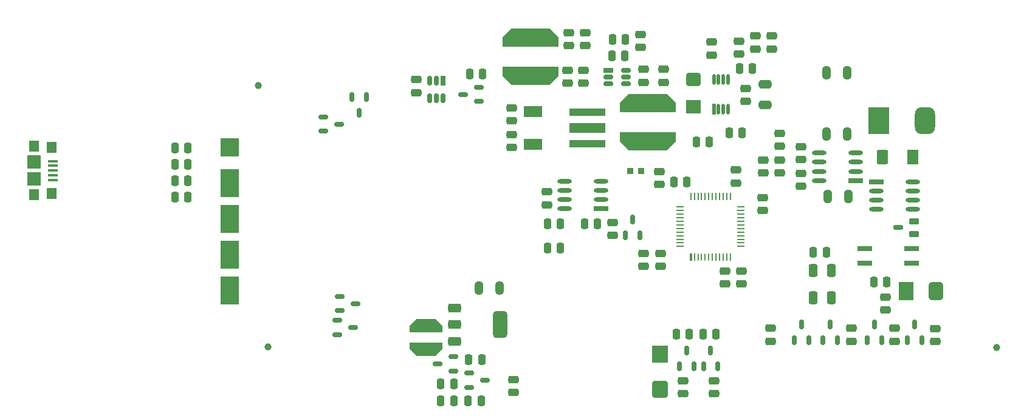
<source format=gbr>
*
G04 Job   : X:\MG\projects\L02-0101\PCB\L02-0101.pcb*
G04 User  : DESKTOP-LPE9H33:User*
G04 Layer : L02-0101_01SPT.gbr*
G04 Date  : Tue Mar 14 15:44:53 2017*
%ICAS*%
%MOIN*%
%FSLAX24Y24*%
%OFA0.0000B0.0000*%
G90*
G74*
%AMVB_RECTANGLE*
21,1,$1,$2,0,0,$3*
%
%AMVB_RCRECTANGLE*
$3=$3X2*
21,1,$1-$3,$2,0,0,0*
21,1,$1,$2-$3,0,0,0*
$1=$1/2*
$2=$2/2*
$3=$3/2*
$1=$1-$3*
$2=$2-$3*
1,1,$3X2,0-$1,0-$2*
1,1,$3X2,0-$1,$2*
1,1,$3X2,$1,$2*
1,1,$3X2,$1,0-$2*
%
%AMVB_Custom_sdr0805_pad*
4,1,6,-0.0512,-0.1535,0.0000,-0.1535,0.0512,-0.1024,0.0512,0.1024,0.0000,0.1535,-0.0512,0.1535,-0.0512,-0.1535,$1*
%
%AMVB_Custom_sdr0403_pad*
4,1,6,-0.0354,-0.0886,0.0000,-0.0886,0.0354,-0.0531,0.0354,0.0531,0.0000,0.0886,-0.0354,0.0886,-0.0354,-0.0886,$1*
%
%ADD10C,0.03937*%
%ADD38O,0.01772X0.05906*%
%ADD24O,0.07874X0.02362*%
%ADD27VB_RECTANGLE,0.03543X0.03543X270.00000*%
%ADD13VB_RECTANGLE,0.07480X0.07480X270.00000*%
%ADD12VB_RECTANGLE,0.09843X0.09843X90.00000*%
%ADD28VB_RECTANGLE,0.04331X0.01181X90.00000*%
%ADD14VB_RECTANGLE,0.05118X0.05906X0.00000*%
%ADD50VB_RECTANGLE,0.05315X0.02362X0.00000*%
%ADD70VB_RECTANGLE,0.05315X0.02362X270.00000*%
%ADD39VB_RECTANGLE,0.05906X0.01772X90.00000*%
%ADD16VB_RECTANGLE,0.06299X0.05512X270.00000*%
%ADD25VB_RECTANGLE,0.07874X0.02362X180.00000*%
%ADD35VB_RECTANGLE,0.07874X0.02756X180.00000*%
%ADD48VB_RECTANGLE,0.07874X0.06299X270.00000*%
%ADD36VB_RECTANGLE,0.07874X0.07087X180.00000*%
%ADD43VB_RECTANGLE,0.09252X0.08858X270.00000*%
%ADD51VB_RECTANGLE,0.09843X0.05906X0.00000*%
%ADD41VB_RECTANGLE,0.09843X0.07874X90.00000*%
%ADD47VB_RECTANGLE,0.14961X0.11024X90.00000*%
%ADD11VB_RECTANGLE,0.15354X0.09843X90.00000*%
%ADD31VB_Custom_sdr0403_pad,90.00000*%
%ADD32VB_Custom_sdr0403_pad,270.00000*%
%ADD21VB_Custom_sdr0805_pad,90.00000*%
%ADD20VB_Custom_sdr0805_pad,270.00000*%
%ADD26VB_RCRECTANGLE,0.03543X0.03543X0.00787*%
%ADD73VB_RCRECTANGLE,0.00787X0.03937X0.00197*%
%ADD72VB_RCRECTANGLE,0.04331X0.00984X0.00394*%
%ADD29VB_RCRECTANGLE,0.00984X0.04331X0.00394*%
%ADD17VB_RCRECTANGLE,0.05276X0.02362X0.00787*%
%ADD19VB_RCRECTANGLE,0.02362X0.05276X0.00787*%
%ADD15VB_RCRECTANGLE,0.05512X0.01575X0.00394*%
%ADD34VB_RCRECTANGLE,0.05512X0.02362X0.00787*%
%ADD33VB_RCRECTANGLE,0.05512X0.03346X0.00787*%
%ADD18VB_RCRECTANGLE,0.05709X0.04331X0.01181*%
%ADD71VB_RCRECTANGLE,0.04331X0.05709X0.01181*%
%ADD23VB_RCRECTANGLE,0.07087X0.04724X0.01575*%
%ADD30VB_RCRECTANGLE,0.04724X0.07087X0.01575*%
%ADD45VB_RCRECTANGLE,0.07087X0.04921X0.01181*%
%ADD22VB_RCRECTANGLE,0.04921X0.07087X0.01181*%
%ADD49VB_RCRECTANGLE,0.06299X0.07874X0.01181*%
%ADD37VB_RCRECTANGLE,0.07874X0.07087X0.01181*%
%ADD42VB_RCRECTANGLE,0.08858X0.09252X0.01575*%
%ADD40VB_RCRECTANGLE,0.07874X0.09843X0.01575*%
%ADD44VB_RCRECTANGLE,0.07874X0.14961X0.01969*%
%ADD46VB_RCRECTANGLE,0.11024X0.14961X0.03937*%
G01*
G36*
X-3268Y4429D02*
X-1280D01*
Y4980*
X-3268*
Y4429*
Y5374D02*
X-1280D01*
Y5768*
X-3268*
Y5374*
X-3248Y3642D02*
X-1280D01*
Y4035*
X-3248*
Y3642*
G37*
G54D10*
X-20315Y7047D03*
X-19803Y-7323D03*
X20157Y-7362D03*
G54D11*
X-21906Y-4224D03*
Y-2256D03*
Y-287D03*
Y1681D03*
G54D12*
Y3650D03*
G54D13*
X-32628Y1900D03*
Y2844D03*
G54D14*
Y1033D03*
Y3711D03*
G54D15*
X-31585Y1860D03*
Y2116D03*
Y2372D03*
Y2628D03*
Y2884D03*
G54D16*
X-31663Y1112D03*
Y3632D03*
G54D17*
X-16772Y4528D03*
Y5315D03*
X-15984Y-6654D03*
Y-5866D03*
X-15906Y4921D03*
X-15866Y-5335D03*
Y-4547D03*
X-15118Y-6260D03*
X-15000Y-4941D03*
X-10492Y-8248D03*
X-9626Y-8642D03*
Y-7854D03*
X-9094Y6555D03*
X-8760Y-9547D03*
Y-8760D03*
X-8228Y6161D03*
Y6949D03*
X-7894Y-9154D03*
X-1130Y7146D03*
Y7520D03*
X-169Y7146D03*
Y7520D03*
Y7894D03*
G54D18*
X-11654Y6654D03*
Y7362D03*
X-6417Y3642D03*
Y4350D03*
Y5098D03*
Y5807D03*
X-6339Y-9823D03*
Y-9114D03*
X-4508Y492D03*
Y1201D03*
X-3366Y7165D03*
Y7874D03*
X-3287Y9232D03*
Y9941D03*
X-2480Y7165D03*
Y7874D03*
X-2402Y9232D03*
Y9941D03*
X-906Y-1201D03*
Y-492D03*
X650Y9134D03*
Y9843D03*
X807Y7224D03*
Y7933D03*
X817Y-2884D03*
Y-2175D03*
X1663Y1604D03*
Y2313D03*
X1722Y-2884D03*
Y-2175D03*
X1890Y7224D03*
Y7933D03*
X2972Y-9882D03*
Y-9173D03*
X4528Y8720D03*
Y9429D03*
X4685Y-9882D03*
Y-9173D03*
X5285Y-3868D03*
Y-3159D03*
X5866Y1693D03*
Y2402D03*
X6043Y8780D03*
Y9488D03*
X6171Y-3868D03*
Y-3159D03*
X6417Y6181D03*
Y6890D03*
X6949Y9055D03*
Y9764D03*
X7333Y167D03*
Y876D03*
X7362Y2244D03*
Y2953D03*
X7756Y-7008D03*
Y-6299D03*
X7854Y9055D03*
Y9764D03*
X8268Y2244D03*
Y2953D03*
Y3701D03*
Y4409D03*
X9445Y1516D03*
Y2224D03*
Y2972D03*
Y3681D03*
X12205Y-7008D03*
Y-6299D03*
X14075Y-5295D03*
Y-4587D03*
X14567Y-7008D03*
Y-6299D03*
X16791Y-7028D03*
Y-6319D03*
G54D19*
X-15197Y6417D03*
X-14803Y5551D03*
X-14409Y6417D03*
X-10935Y6341D03*
Y7301D03*
X-10561Y6341D03*
Y7301D03*
X-10187Y6341D03*
X-197Y-1181D03*
X197Y-315D03*
X591Y-1181D03*
X2776Y-8386D03*
X3169Y-7520D03*
X3563Y-8386D03*
X4094D03*
X4488Y-7520D03*
X4882Y-8386D03*
X9075Y-6949D03*
X9469Y-6083D03*
X9862Y-6949D03*
X10650D03*
X11043Y-6083D03*
X11437Y-6949D03*
X13071D03*
X13465Y-6083D03*
X13858Y-6949D03*
X15276D03*
X15669Y-6083D03*
X16063Y-6949D03*
G54D20*
X-5394Y7579D03*
X1024Y3976D03*
G54D21*
X-5394Y9665D03*
X1024Y6063D03*
G54D22*
X10091Y-4606D03*
Y-3110D03*
X11091Y-4606D03*
Y-3110D03*
G54D23*
X7480Y5965D03*
Y7106D03*
G54D24*
X-3524Y272D03*
Y772D03*
Y1276D03*
Y1776D03*
X-1516Y772D03*
Y1276D03*
Y1776D03*
X10433Y1827D03*
Y2327D03*
Y2831D03*
Y3331D03*
X12441Y2327D03*
Y2831D03*
Y3331D03*
X13563Y252D03*
Y752D03*
Y1256D03*
X15571Y252D03*
Y752D03*
Y1256D03*
Y1756D03*
G54D25*
X-1516Y272D03*
X12441Y1827D03*
X13563Y1756D03*
G54D26*
X69Y2333D03*
G54D27*
X659D03*
G54D28*
X3396Y-2392D03*
G54D29*
Y955D03*
X3593Y-2392D03*
Y955D03*
X3789D03*
X3986D03*
X4183D03*
X4380D03*
X4577Y-2392D03*
Y955D03*
X4774Y-2392D03*
Y955D03*
X4970Y-2392D03*
Y955D03*
X5167Y-2392D03*
Y955D03*
X5364Y-2392D03*
Y955D03*
X5561Y-2392D03*
Y955D03*
G54D30*
X-8228Y-4094D03*
X-7087D03*
X10846Y4390D03*
Y7740D03*
X10906Y941D03*
X11988Y4390D03*
Y7740D03*
X12047Y941D03*
G54D31*
X-11142Y-6161D03*
G54D32*
Y-7461D03*
G54D33*
X15630Y-1122D03*
Y-413D03*
G54D34*
X14764Y-768D03*
G54D35*
X12953Y-2717D03*
Y-1929D03*
X15512Y-2717D03*
Y-1929D03*
G54D36*
X3543Y5866D03*
G54D37*
Y7362D03*
G54D38*
X4656Y7382D03*
X4911Y5728D03*
Y7382D03*
X5167Y5728D03*
Y7382D03*
X5423Y5728D03*
Y7382D03*
G54D39*
X4656Y5728D03*
G54D40*
X16850Y-4272D03*
G54D41*
X15197D03*
G54D42*
X1713Y-9646D03*
G54D43*
Y-7717D03*
G54D44*
X-7047Y-6102D03*
G54D45*
X-9567Y-7008D03*
Y-6102D03*
Y-5197D03*
G54D46*
X16240Y5118D03*
G54D47*
X13720D03*
G54D48*
X15571Y3110D03*
G54D49*
X13917D03*
G54D50*
X-1130Y7894D03*
G54D51*
X-5276Y3799D03*
Y5610D03*
G54D70*
X-10187Y7301D03*
G54D71*
X-24892Y896D03*
Y1801D03*
Y2707D03*
Y3612D03*
X-24183Y896D03*
Y1801D03*
Y2707D03*
Y3612D03*
X-10315Y-10276D03*
Y-9370D03*
X-9606Y-10276D03*
Y-9370D03*
X-8819Y-10276D03*
X-8780Y-8031D03*
X-8740Y7677D03*
X-8110Y-10276D03*
X-8071Y-8031D03*
X-8031Y7677D03*
X-4469Y-1890D03*
Y-551D03*
X-3760Y-1890D03*
Y-551D03*
X-2421Y-571D03*
X-1713D03*
X-925Y8661D03*
X-906Y9587D03*
X-217Y8661D03*
X-197Y9587D03*
X2470Y1742D03*
X2608Y-6624D03*
X3179Y1742D03*
X3317Y-6624D03*
X3701Y3957D03*
X4065Y-6624D03*
X4409Y3957D03*
X4774Y-6624D03*
X5512Y4429D03*
X6063Y7972D03*
X6220Y4429D03*
X6772Y7972D03*
X10118Y-2126D03*
X10827D03*
X13445Y-3760D03*
X14154D03*
G54D72*
X2805Y-1801D03*
Y-1604D03*
Y-1407D03*
Y-1211D03*
Y-1014D03*
Y-817D03*
Y-620D03*
Y-423D03*
Y-226D03*
Y-30D03*
Y167D03*
Y364D03*
X6152Y-1801D03*
Y-1604D03*
Y-1407D03*
Y-1211D03*
Y-1014D03*
Y-817D03*
Y-620D03*
Y-423D03*
Y-226D03*
Y-30D03*
Y167D03*
Y364D03*
G54D73*
X3789Y-2392D03*
X3986D03*
X4183D03*
X4380D03*
M02*

</source>
